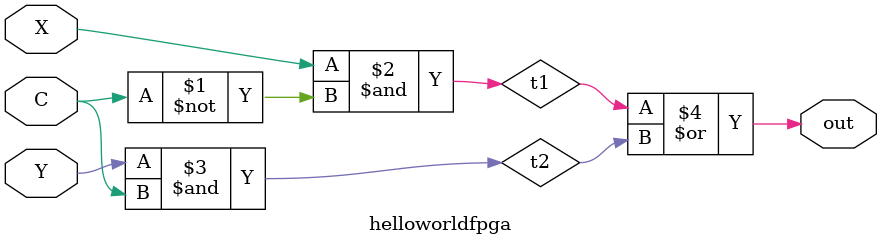
<source format=v>

module helloworldfpga (    
             
                input X,
                input Y,
                input C,
                output out
                );


wire t1,t2;
and(t1,X,~C);
and(t2,Y,C);
or(out,t1,t2);
endmodule  

</source>
